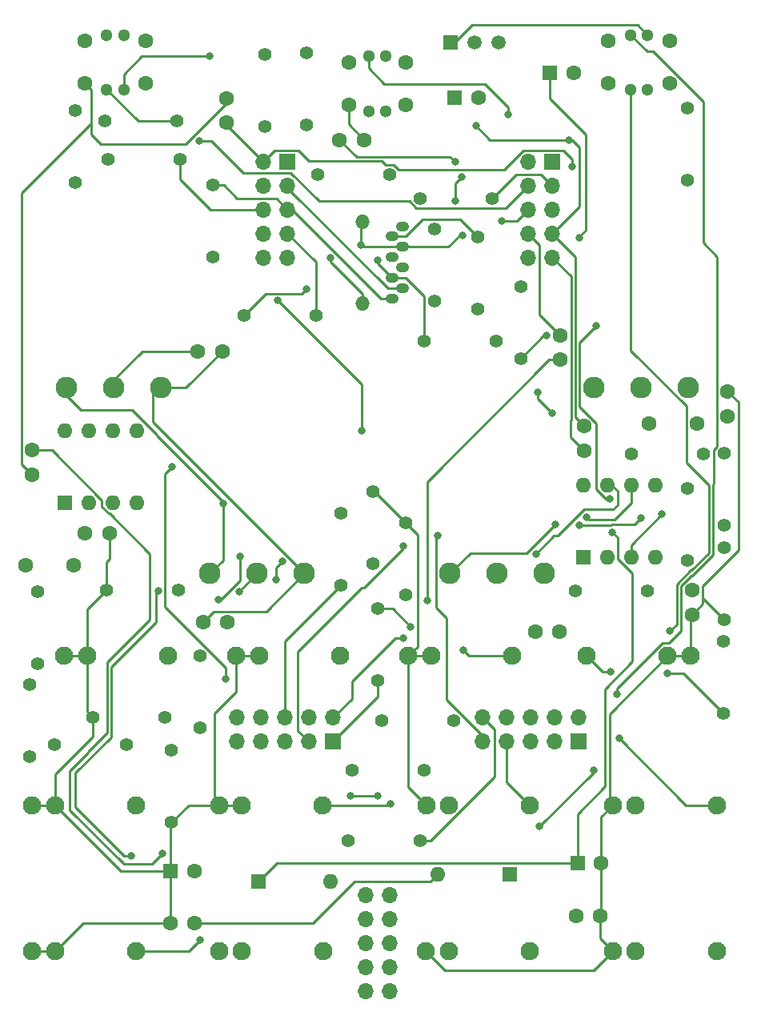
<source format=gbr>
G04 #@! TF.GenerationSoftware,KiCad,Pcbnew,7.0.1-0*
G04 #@! TF.CreationDate,2023-04-05T16:45:21-07:00*
G04 #@! TF.ProjectId,Kit-Trig-Sampler,4b69742d-5472-4696-972d-53616d706c65,rev?*
G04 #@! TF.SameCoordinates,PXb745f8PY7402318*
G04 #@! TF.FileFunction,Copper,L2,Bot*
G04 #@! TF.FilePolarity,Positive*
%FSLAX46Y46*%
G04 Gerber Fmt 4.6, Leading zero omitted, Abs format (unit mm)*
G04 Created by KiCad (PCBNEW 7.0.1-0) date 2023-04-05 16:45:21*
%MOMM*%
%LPD*%
G01*
G04 APERTURE LIST*
G04 #@! TA.AperFunction,ComponentPad*
%ADD10C,1.397000*%
G04 #@! TD*
G04 #@! TA.AperFunction,ComponentPad*
%ADD11C,1.600000*%
G04 #@! TD*
G04 #@! TA.AperFunction,ComponentPad*
%ADD12R,1.600000X1.600000*%
G04 #@! TD*
G04 #@! TA.AperFunction,ComponentPad*
%ADD13O,1.600000X1.600000*%
G04 #@! TD*
G04 #@! TA.AperFunction,ComponentPad*
%ADD14R,1.700000X1.700000*%
G04 #@! TD*
G04 #@! TA.AperFunction,ComponentPad*
%ADD15O,1.700000X1.700000*%
G04 #@! TD*
G04 #@! TA.AperFunction,ComponentPad*
%ADD16R,1.500000X1.500000*%
G04 #@! TD*
G04 #@! TA.AperFunction,ComponentPad*
%ADD17C,1.500000*%
G04 #@! TD*
G04 #@! TA.AperFunction,ComponentPad*
%ADD18C,1.930400*%
G04 #@! TD*
G04 #@! TA.AperFunction,ComponentPad*
%ADD19C,1.300000*%
G04 #@! TD*
G04 #@! TA.AperFunction,ComponentPad*
%ADD20O,1.397000X1.092200*%
G04 #@! TD*
G04 #@! TA.AperFunction,ComponentPad*
%ADD21O,1.524000X1.524000*%
G04 #@! TD*
G04 #@! TA.AperFunction,ComponentPad*
%ADD22C,2.286000*%
G04 #@! TD*
G04 #@! TA.AperFunction,ViaPad*
%ADD23C,0.800000*%
G04 #@! TD*
G04 #@! TA.AperFunction,Conductor*
%ADD24C,0.250000*%
G04 #@! TD*
G04 APERTURE END LIST*
D10*
G04 #@! TO.P,R17,1*
G04 #@! TO.N,Net-(J5-SIG)*
X35949000Y19623800D03*
G04 #@! TO.P,R17,2*
G04 #@! TO.N,/D2*
X43569000Y19623800D03*
G04 #@! TD*
D11*
G04 #@! TO.P,C7,1*
G04 #@! TO.N,+12V*
X60017200Y11643800D03*
G04 #@! TO.P,C7,2*
G04 #@! TO.N,GND*
X62608000Y11643800D03*
G04 #@! TD*
G04 #@! TO.P,C17,1*
G04 #@! TO.N,/D12*
X35017200Y93743800D03*
G04 #@! TO.P,C17,2*
G04 #@! TO.N,GND*
X37608000Y93743800D03*
G04 #@! TD*
D10*
G04 #@! TO.P,R26,1*
G04 #@! TO.N,Net-(PLAY_BUT1-POLE-A)*
X40299000Y90043800D03*
G04 #@! TO.P,R26,2*
G04 #@! TO.N,/D12*
X32679000Y90043800D03*
G04 #@! TD*
G04 #@! TO.P,R2,1*
G04 #@! TO.N,Net-(J1-SIG)*
X39089000Y44153800D03*
G04 #@! TO.P,R2,2*
G04 #@! TO.N,/A0*
X39089000Y36533800D03*
G04 #@! TD*
G04 #@! TO.P,R37,1*
G04 #@! TO.N,Net-(R37-Pad1)*
X75759000Y52983800D03*
G04 #@! TO.P,R37,2*
G04 #@! TO.N,Net-(U1B-+)*
X75759000Y60603800D03*
G04 #@! TD*
D12*
G04 #@! TO.P,D2,1,K*
G04 #@! TO.N,Net-(D2-K)*
X52999000Y16043800D03*
D13*
G04 #@! TO.P,D2,2,A*
G04 #@! TO.N,-12VA*
X45379000Y16043800D03*
G04 #@! TD*
D10*
G04 #@! TO.P,R33,1*
G04 #@! TO.N,Net-(J13-SIG)*
X43979000Y27093800D03*
G04 #@! TO.P,R33,2*
G04 #@! TO.N,/A4*
X36359000Y27093800D03*
G04 #@! TD*
D14*
G04 #@! TO.P,JC1,1,+12V*
G04 #@! TO.N,/A0*
X34340978Y30080000D03*
D15*
G04 #@! TO.P,JC1,2,+12V*
G04 #@! TO.N,/A1*
X34340978Y32620000D03*
G04 #@! TO.P,JC1,3,GND*
G04 #@! TO.N,/A2*
X31800978Y30080000D03*
G04 #@! TO.P,JC1,4,GND*
G04 #@! TO.N,/A3*
X31800978Y32620000D03*
G04 #@! TO.P,JC1,5,GND*
G04 #@! TO.N,/A4*
X29260978Y30080000D03*
G04 #@! TO.P,JC1,6,GND*
G04 #@! TO.N,/A5*
X29260978Y32620000D03*
G04 #@! TO.P,JC1,7,GND*
G04 #@! TO.N,/A6*
X26720978Y30080000D03*
G04 #@! TO.P,JC1,8,GND*
G04 #@! TO.N,/A7*
X26720978Y32620000D03*
G04 #@! TO.P,JC1,9,-12V*
G04 #@! TO.N,/A8*
X24180978Y30080000D03*
G04 #@! TO.P,JC1,10,-12V*
G04 #@! TO.N,/A9*
X24180978Y32620000D03*
G04 #@! TD*
D10*
G04 #@! TO.P,R16,1*
G04 #@! TO.N,Net-(R16-Pad1)*
X31489000Y95333800D03*
G04 #@! TO.P,R16,2*
G04 #@! TO.N,Net-(Bank_But1-B)*
X31489000Y102953800D03*
G04 #@! TD*
D11*
G04 #@! TO.P,C1,1*
G04 #@! TO.N,/A1*
X58389000Y70472000D03*
G04 #@! TO.P,C1,2*
G04 #@! TO.N,GNDADC*
X58389000Y73062800D03*
G04 #@! TD*
D12*
G04 #@! TO.P,C4,1*
G04 #@! TO.N,+12V*
X60189000Y17243800D03*
D11*
G04 #@! TO.P,C4,2*
G04 #@! TO.N,GND*
X62689000Y17243800D03*
G04 #@! TD*
D10*
G04 #@! TO.P,R5,1*
G04 #@! TO.N,GND*
X41989000Y53253800D03*
G04 #@! TO.P,R5,2*
G04 #@! TO.N,/A0*
X41989000Y45633800D03*
G04 #@! TD*
G04 #@! TO.P,R14,1*
G04 #@! TO.N,Net-(U2A--)*
X3089000Y45963800D03*
G04 #@! TO.P,R14,2*
G04 #@! TO.N,Net-(C11-Pad2)*
X3089000Y38343800D03*
G04 #@! TD*
G04 #@! TO.P,R25,1*
G04 #@! TO.N,Net-(Bank_But1-POLE-A)*
X71805800Y97104200D03*
G04 #@! TO.P,R25,2*
G04 #@! TO.N,/D6*
X71805800Y89484200D03*
G04 #@! TD*
D11*
G04 #@! TO.P,C15,1*
G04 #@! TO.N,-12VA*
X8078200Y52133800D03*
G04 #@! TO.P,C15,2*
G04 #@! TO.N,GND*
X10669000Y52133800D03*
G04 #@! TD*
D12*
G04 #@! TO.P,C19,1*
G04 #@! TO.N,+12V*
X57264000Y100818800D03*
D11*
G04 #@! TO.P,C19,2*
G04 #@! TO.N,GND*
X59764000Y100818800D03*
G04 #@! TD*
D12*
G04 #@! TO.P,C20,1*
G04 #@! TO.N,+3V3*
X47189000Y98218800D03*
D11*
G04 #@! TO.P,C20,2*
G04 #@! TO.N,GND*
X49689000Y98218800D03*
G04 #@! TD*
D12*
G04 #@! TO.P,D1,1,K*
G04 #@! TO.N,+12V*
X26479000Y15343800D03*
D13*
G04 #@! TO.P,D1,2,A*
G04 #@! TO.N,Net-(D1-A)*
X34099000Y15343800D03*
G04 #@! TD*
D11*
G04 #@! TO.P,C13,1*
G04 #@! TO.N,-12VA*
X72289000Y46115600D03*
G04 #@! TO.P,C13,2*
G04 #@! TO.N,GND*
X72289000Y43524800D03*
G04 #@! TD*
D10*
G04 #@! TO.P,R23,1*
G04 #@! TO.N,Net-(PLAY_BUT1-G)*
X54189000Y78253800D03*
G04 #@! TO.P,R23,2*
G04 #@! TO.N,/D14*
X54189000Y70633800D03*
G04 #@! TD*
D11*
G04 #@! TO.P,C9,1*
G04 #@! TO.N,/A7*
X23160800Y42743800D03*
G04 #@! TO.P,C9,2*
G04 #@! TO.N,GNDADC*
X20570000Y42743800D03*
G04 #@! TD*
D12*
G04 #@! TO.P,U1,1*
G04 #@! TO.N,Net-(U1A--)*
X60789000Y49633800D03*
D13*
G04 #@! TO.P,U1,2,-*
X63329000Y49633800D03*
G04 #@! TO.P,U1,3,+*
G04 #@! TO.N,Net-(U1A-+)*
X65869000Y49633800D03*
G04 #@! TO.P,U1,4,V-*
G04 #@! TO.N,-12VA*
X68409000Y49633800D03*
G04 #@! TO.P,U1,5,+*
G04 #@! TO.N,Net-(U1B-+)*
X68409000Y57253800D03*
G04 #@! TO.P,U1,6,-*
G04 #@! TO.N,Net-(U1B--)*
X65869000Y57253800D03*
G04 #@! TO.P,U1,7*
G04 #@! TO.N,/A2*
X63329000Y57253800D03*
G04 #@! TO.P,U1,8,V+*
G04 #@! TO.N,+12V*
X60789000Y57253800D03*
G04 #@! TD*
D10*
G04 #@! TO.P,R30,1*
G04 #@! TO.N,+3V3*
X51562000Y72415400D03*
G04 #@! TO.P,R30,2*
G04 #@! TO.N,/D4*
X43942000Y72415400D03*
G04 #@! TD*
G04 #@! TO.P,R21,1*
G04 #@! TO.N,Net-(R21-Pad1)*
X10219000Y95703800D03*
G04 #@! TO.P,R21,2*
G04 #@! TO.N,Net-(REV_BUT1-R)*
X17839000Y95703800D03*
G04 #@! TD*
G04 #@! TO.P,R20,1*
G04 #@! TO.N,Net-(J6-SIG)*
X4829000Y29753800D03*
G04 #@! TO.P,R20,2*
G04 #@! TO.N,/D13*
X12449000Y29753800D03*
G04 #@! TD*
D15*
G04 #@! TO.P,J14,1,+12V*
G04 #@! TO.N,Net-(D1-A)*
X37819000Y13823800D03*
G04 #@! TO.P,J14,2,+12V*
X40359000Y13823800D03*
G04 #@! TO.P,J14,3,GND*
G04 #@! TO.N,GND*
X37819000Y11283800D03*
G04 #@! TO.P,J14,4,GND*
X40359000Y11283800D03*
G04 #@! TO.P,J14,5,GND*
X37819000Y8743800D03*
G04 #@! TO.P,J14,6,GND*
X40359000Y8743800D03*
G04 #@! TO.P,J14,7,GND*
X37819000Y6203800D03*
G04 #@! TO.P,J14,8,GND*
X40359000Y6203800D03*
G04 #@! TO.P,J14,9,-12V*
G04 #@! TO.N,Net-(D2-K)*
X37819000Y3663800D03*
G04 #@! TO.P,J14,10,-12V*
X40359000Y3663800D03*
G04 #@! TD*
D10*
G04 #@! TO.P,R4,1*
G04 #@! TO.N,Net-(J3-SIG)*
X20289000Y39153800D03*
G04 #@! TO.P,R4,2*
G04 #@! TO.N,/A8*
X20289000Y31533800D03*
G04 #@! TD*
G04 #@! TO.P,R28,1*
G04 #@! TO.N,+3V3*
X21589000Y81333800D03*
G04 #@! TO.P,R28,2*
G04 #@! TO.N,/D18*
X21589000Y88953800D03*
G04 #@! TD*
G04 #@! TO.P,R40,1*
G04 #@! TO.N,/D5*
X27079000Y95173800D03*
G04 #@! TO.P,R40,2*
G04 #@! TO.N,Net-(R16-Pad1)*
X27079000Y102793800D03*
G04 #@! TD*
G04 #@! TO.P,R1,1*
G04 #@! TO.N,Net-(J4-SIG)*
X75639000Y33043800D03*
G04 #@! TO.P,R1,2*
G04 #@! TO.N,Net-(U1A-+)*
X75639000Y40663800D03*
G04 #@! TD*
G04 #@! TO.P,R41,1*
G04 #@! TO.N,/D7*
X18149000Y91653800D03*
G04 #@! TO.P,R41,2*
G04 #@! TO.N,Net-(R21-Pad1)*
X10529000Y91653800D03*
G04 #@! TD*
G04 #@! TO.P,R12,1*
G04 #@! TO.N,/D15*
X47099000Y32343800D03*
G04 #@! TO.P,R12,2*
G04 #@! TO.N,Net-(U2A-+)*
X39479000Y32343800D03*
G04 #@! TD*
D11*
G04 #@! TO.P,C8,1*
G04 #@! TO.N,-12VA*
X19709800Y10943800D03*
G04 #@! TO.P,C8,2*
G04 #@! TO.N,GND*
X17119000Y10943800D03*
G04 #@! TD*
D10*
G04 #@! TO.P,R27,1*
G04 #@! TO.N,+3V3*
X7061200Y96875600D03*
G04 #@! TO.P,R27,2*
G04 #@! TO.N,/A6*
X7061200Y89255600D03*
G04 #@! TD*
D11*
G04 #@! TO.P,C6,1*
G04 #@! TO.N,/A2*
X67774400Y63743800D03*
G04 #@! TO.P,C6,2*
G04 #@! TO.N,Net-(U1B--)*
X72854400Y63743800D03*
G04 #@! TD*
D10*
G04 #@! TO.P,R6,1*
G04 #@! TO.N,GND*
X38589000Y56553800D03*
G04 #@! TO.P,R6,2*
G04 #@! TO.N,/A5*
X38589000Y48933800D03*
G04 #@! TD*
G04 #@! TO.P,R9,1*
G04 #@! TO.N,GND*
X75759000Y42963800D03*
G04 #@! TO.P,R9,2*
G04 #@! TO.N,Net-(R37-Pad1)*
X75759000Y50583800D03*
G04 #@! TD*
G04 #@! TO.P,R32,1*
G04 #@! TO.N,+3V3*
X24879000Y75143800D03*
G04 #@! TO.P,R32,2*
G04 #@! TO.N,/D17*
X32499000Y75143800D03*
G04 #@! TD*
D11*
G04 #@! TO.P,C2,1*
G04 #@! TO.N,/A9*
X20017200Y71343800D03*
G04 #@! TO.P,C2,2*
G04 #@! TO.N,GNDADC*
X22608000Y71343800D03*
G04 #@! TD*
D10*
G04 #@! TO.P,R13,1*
G04 #@! TO.N,GND*
X10329000Y46143800D03*
G04 #@! TO.P,R13,2*
G04 #@! TO.N,Net-(U2A--)*
X17949000Y46143800D03*
G04 #@! TD*
G04 #@! TO.P,R19,1*
G04 #@! TO.N,/D8*
X45089000Y76663800D03*
G04 #@! TO.P,R19,2*
G04 #@! TO.N,Net-(PLAY_BUT1-R)*
X45089000Y84283800D03*
G04 #@! TD*
D12*
G04 #@! TO.P,C5,1*
G04 #@! TO.N,GND*
X17139000Y16443800D03*
D11*
G04 #@! TO.P,C5,2*
G04 #@! TO.N,-12VA*
X19639000Y16443800D03*
G04 #@! TD*
G04 #@! TO.P,C14,1*
G04 #@! TO.N,+12V*
X2489000Y60915600D03*
G04 #@! TO.P,C14,2*
G04 #@! TO.N,GND*
X2489000Y58324800D03*
G04 #@! TD*
D10*
G04 #@! TO.P,R34,1*
G04 #@! TO.N,GND*
X17189000Y21533800D03*
G04 #@! TO.P,R34,2*
G04 #@! TO.N,/A4*
X17189000Y29153800D03*
G04 #@! TD*
D14*
G04 #@! TO.P,JA1,1,+12V*
G04 #@! TO.N,-12VA*
X57531000Y91429992D03*
D15*
G04 #@! TO.P,JA1,2,+12V*
G04 #@! TO.N,VREF+*
X54991000Y91429992D03*
G04 #@! TO.P,JA1,3,GND*
G04 #@! TO.N,/D11*
X57531000Y88889992D03*
G04 #@! TO.P,JA1,4,GND*
G04 #@! TO.N,/D10*
X54991000Y88889992D03*
G04 #@! TO.P,JA1,5,GND*
G04 #@! TO.N,/D14*
X57531000Y86349992D03*
G04 #@! TO.P,JA1,6,GND*
G04 #@! TO.N,/D12*
X54991000Y86349992D03*
G04 #@! TO.P,JA1,7,GND*
G04 #@! TO.N,GND*
X57531000Y83809992D03*
G04 #@! TO.P,JA1,8,GND*
G04 #@! TO.N,GNDADC*
X54991000Y83809992D03*
G04 #@! TO.P,JA1,9,-12V*
G04 #@! TO.N,+12V*
X57531000Y81269992D03*
G04 #@! TO.P,JA1,10,-12V*
G04 #@! TO.N,/Unused(5V)*
X54991000Y81269992D03*
G04 #@! TD*
D10*
G04 #@! TO.P,R31,1*
G04 #@! TO.N,+3V3*
X49649000Y75813800D03*
G04 #@! TO.P,R31,2*
G04 #@! TO.N,/D16*
X49649000Y83433800D03*
G04 #@! TD*
D12*
G04 #@! TO.P,U2,1*
G04 #@! TO.N,Net-(C11-Pad2)*
X5989000Y55333800D03*
D13*
G04 #@! TO.P,U2,2,-*
G04 #@! TO.N,Net-(U2A--)*
X8529000Y55333800D03*
G04 #@! TO.P,U2,3,+*
G04 #@! TO.N,Net-(U2A-+)*
X11069000Y55333800D03*
G04 #@! TO.P,U2,4,V-*
G04 #@! TO.N,-12VA*
X13609000Y55333800D03*
G04 #@! TO.P,U2,5,+*
G04 #@! TO.N,GND*
X13609000Y62953800D03*
G04 #@! TO.P,U2,6,-*
G04 #@! TO.N,Net-(U2B--)*
X11069000Y62953800D03*
G04 #@! TO.P,U2,7*
X8529000Y62953800D03*
G04 #@! TO.P,U2,8,V+*
G04 #@! TO.N,+12V*
X5989000Y62953800D03*
G04 #@! TD*
D10*
G04 #@! TO.P,R7,1*
G04 #@! TO.N,GND*
X8919000Y32673800D03*
G04 #@! TO.P,R7,2*
G04 #@! TO.N,/A8*
X16539000Y32673800D03*
G04 #@! TD*
D16*
G04 #@! TO.P,U3,1,VO*
G04 #@! TO.N,+3V3*
X46724000Y104026300D03*
D17*
G04 #@! TO.P,U3,2,GND*
G04 #@! TO.N,GND*
X49264000Y104026300D03*
G04 #@! TO.P,U3,3,VI*
G04 #@! TO.N,+12V*
X51804000Y104026300D03*
G04 #@! TD*
D11*
G04 #@! TO.P,C12,1*
G04 #@! TO.N,+12V*
X60889000Y60872000D03*
G04 #@! TO.P,C12,2*
G04 #@! TO.N,GND*
X60889000Y63462800D03*
G04 #@! TD*
G04 #@! TO.P,C16,1*
G04 #@! TO.N,/D6*
X23089000Y95543800D03*
G04 #@! TO.P,C16,2*
G04 #@! TO.N,GND*
X23089000Y98134600D03*
G04 #@! TD*
D10*
G04 #@! TO.P,R11,1*
G04 #@! TO.N,Net-(U1B-+)*
X71789000Y56853800D03*
G04 #@! TO.P,R11,2*
G04 #@! TO.N,VREF+*
X71789000Y49233800D03*
G04 #@! TD*
G04 #@! TO.P,R10,1*
G04 #@! TO.N,/A2*
X65879000Y60543800D03*
G04 #@! TO.P,R10,2*
G04 #@! TO.N,Net-(U1B--)*
X73499000Y60543800D03*
G04 #@! TD*
G04 #@! TO.P,R15,1*
G04 #@! TO.N,Net-(C11-Pad2)*
X2239000Y36093800D03*
G04 #@! TO.P,R15,2*
G04 #@! TO.N,Net-(J7-SIG)*
X2239000Y28473800D03*
G04 #@! TD*
D11*
G04 #@! TO.P,C11,1*
G04 #@! TO.N,Net-(U2A--)*
X6883600Y48763800D03*
G04 #@! TO.P,C11,2*
G04 #@! TO.N,Net-(C11-Pad2)*
X1803600Y48763800D03*
G04 #@! TD*
D10*
G04 #@! TO.P,R18,1*
G04 #@! TO.N,/D11*
X51189000Y87553800D03*
G04 #@! TO.P,R18,2*
G04 #@! TO.N,Net-(PLAY_BUT1-B)*
X43569000Y87553800D03*
G04 #@! TD*
D14*
G04 #@! TO.P,JB1,1,+12V*
G04 #@! TO.N,/AUDIO_OUT2*
X60341002Y30080000D03*
D15*
G04 #@! TO.P,JB1,2,+12V*
G04 #@! TO.N,/D0*
X60341002Y32620000D03*
G04 #@! TO.P,JB1,3,GND*
G04 #@! TO.N,/AUDIO_OUT1*
X57801002Y30080000D03*
G04 #@! TO.P,JB1,4,GND*
G04 #@! TO.N,/D1*
X57801002Y32620000D03*
G04 #@! TO.P,JB1,5,GND*
G04 #@! TO.N,/AUDIO_IN2*
X55261002Y30080000D03*
G04 #@! TO.P,JB1,6,GND*
G04 #@! TO.N,/D15*
X55261002Y32620000D03*
G04 #@! TO.P,JB1,7,GND*
G04 #@! TO.N,/AUDIO_IN1*
X52721002Y30080000D03*
G04 #@! TO.P,JB1,8,GND*
G04 #@! TO.N,/D13*
X52721002Y32620000D03*
G04 #@! TO.P,JB1,9,-12V*
G04 #@! TO.N,/D3*
X50181002Y30080000D03*
G04 #@! TO.P,JB1,10,-12V*
G04 #@! TO.N,/D2*
X50181002Y32620000D03*
G04 #@! TD*
D10*
G04 #@! TO.P,R8,1*
G04 #@! TO.N,Net-(U1A--)*
X59979000Y46043800D03*
G04 #@! TO.P,R8,2*
G04 #@! TO.N,Net-(U1B--)*
X67599000Y46043800D03*
G04 #@! TD*
D11*
G04 #@! TO.P,C3,1*
G04 #@! TO.N,GND*
X76089000Y67115600D03*
G04 #@! TO.P,C3,2*
G04 #@! TO.N,Net-(U1B-+)*
X76089000Y64524800D03*
G04 #@! TD*
D14*
G04 #@! TO.P,JD1,1,+12V*
G04 #@! TO.N,/D5*
X29530980Y91429992D03*
D15*
G04 #@! TO.P,JD1,2,+12V*
G04 #@! TO.N,/D6*
X26990980Y91429992D03*
G04 #@! TO.P,JD1,3,GND*
G04 #@! TO.N,/D19*
X29530980Y88889992D03*
G04 #@! TO.P,JD1,4,GND*
G04 #@! TO.N,/D8*
X26990980Y88889992D03*
G04 #@! TO.P,JD1,5,GND*
G04 #@! TO.N,/D18*
X29530980Y86349992D03*
G04 #@! TO.P,JD1,6,GND*
G04 #@! TO.N,/D7*
X26990980Y86349992D03*
G04 #@! TO.P,JD1,7,GND*
G04 #@! TO.N,/D17*
X29530980Y83809992D03*
G04 #@! TO.P,JD1,8,GND*
G04 #@! TO.N,/D4*
X26990980Y83809992D03*
G04 #@! TO.P,JD1,9,-12V*
G04 #@! TO.N,/D16*
X29530980Y81269992D03*
G04 #@! TO.P,JD1,10,-12V*
G04 #@! TO.N,/D9*
X26990980Y81269992D03*
G04 #@! TD*
D10*
G04 #@! TO.P,R3,1*
G04 #@! TO.N,Net-(J2-SIG)*
X35189000Y54253800D03*
G04 #@! TO.P,R3,2*
G04 #@! TO.N,/A5*
X35189000Y46633800D03*
G04 #@! TD*
D11*
G04 #@! TO.P,C10,1*
G04 #@! TO.N,/A3*
X55717200Y41743800D03*
G04 #@! TO.P,C10,2*
G04 #@! TO.N,GNDADC*
X58308000Y41743800D03*
G04 #@! TD*
D18*
G04 #@! TO.P,J10,1,SIG*
G04 #@! TO.N,/AUDIO_IN1*
X55153000Y23386564D03*
G04 #@! TO.P,J10,2,SHEILD*
G04 #@! TO.N,GND*
X44180200Y23386564D03*
G04 #@! TO.P,J10,3,SW*
G04 #@! TO.N,unconnected-(J10-SW-Pad3)*
X46593200Y23386564D03*
G04 #@! TD*
D11*
G04 #@! TO.P,Bank_But1,1,UP-A*
G04 #@! TO.N,unconnected-(Bank_But1-UP-A-Pad1)*
X69939000Y104186564D03*
G04 #@! TO.P,Bank_But1,2,POLE-A*
G04 #@! TO.N,Net-(Bank_But1-POLE-A)*
X63439000Y104186564D03*
G04 #@! TO.P,Bank_But1,3,DOWN-A*
G04 #@! TO.N,unconnected-(Bank_But1-DOWN-A-Pad3)*
X69939000Y99686564D03*
G04 #@! TO.P,Bank_But1,4,UP-B*
G04 #@! TO.N,GND*
X63439000Y99686564D03*
D19*
G04 #@! TO.P,Bank_But1,5,CA*
G04 #@! TO.N,+3V3*
X67589000Y104836564D03*
G04 #@! TO.P,Bank_But1,6,G*
G04 #@! TO.N,/D0*
X65789000Y104836564D03*
G04 #@! TO.P,Bank_But1,7,R*
G04 #@! TO.N,/D1*
X65789000Y99036564D03*
G04 #@! TO.P,Bank_But1,8,B*
G04 #@! TO.N,Net-(Bank_But1-B)*
X67589000Y99036564D03*
G04 #@! TD*
D20*
G04 #@! TO.P,SD1,1,DAT2*
G04 #@! TO.N,/D18*
X40619000Y76904049D03*
G04 #@! TO.P,SD1,2,CD/DAT3*
G04 #@! TO.N,/D19*
X41718820Y78003869D03*
G04 #@! TO.P,SD1,3,CMD*
G04 #@! TO.N,/D4*
X40619000Y79103943D03*
G04 #@! TO.P,SD1,4,VDD*
G04 #@! TO.N,+3V3*
X41718820Y80203763D03*
G04 #@! TO.P,SD1,5,CLK*
G04 #@! TO.N,/D9*
X40619000Y81303837D03*
G04 #@! TO.P,SD1,6,VSS*
G04 #@! TO.N,GND*
X41718820Y82403657D03*
G04 #@! TO.P,SD1,7,DAT0*
G04 #@! TO.N,/D16*
X40619000Y83503731D03*
G04 #@! TO.P,SD1,8,DAT1*
G04 #@! TO.N,/D17*
X41718820Y84603551D03*
D21*
G04 #@! TO.P,SD1,9,SHELL1*
G04 #@! TO.N,GND*
X37449080Y76461200D03*
G04 #@! TO.P,SD1,10,SHELL2*
X37449080Y85046400D03*
G04 #@! TD*
D22*
G04 #@! TO.P,POT_LENGTH1,1,Left*
G04 #@! TO.N,GNDADC*
X31289000Y47919800D03*
G04 #@! TO.P,POT_LENGTH1,2,Center*
G04 #@! TO.N,/A7*
X26289000Y47919800D03*
G04 #@! TO.P,POT_LENGTH1,3,Right*
G04 #@! TO.N,VREF+*
X21289000Y47919800D03*
G04 #@! TD*
D18*
G04 #@! TO.P,J2,1,SIG*
G04 #@! TO.N,Net-(J2-SIG)*
X35046000Y39186564D03*
G04 #@! TO.P,J2,2,SHEILD*
G04 #@! TO.N,GND*
X24073200Y39186564D03*
G04 #@! TO.P,J2,3,SW*
X26486200Y39186564D03*
G04 #@! TD*
D22*
G04 #@! TO.P,POT_PITCH1,1,Left*
G04 #@! TO.N,GNDADC*
X71889000Y67507564D03*
G04 #@! TO.P,POT_PITCH1,2,Center*
G04 #@! TO.N,/A1*
X66889000Y67507564D03*
G04 #@! TO.P,POT_PITCH1,3,Right*
G04 #@! TO.N,VREF+*
X61889000Y67507564D03*
G04 #@! TD*
D18*
G04 #@! TO.P,J7,1,SIG*
G04 #@! TO.N,Net-(J7-SIG)*
X33266000Y7961564D03*
G04 #@! TO.P,J7,2,SHEILD*
G04 #@! TO.N,GND*
X22293200Y7961564D03*
G04 #@! TO.P,J7,3,SW*
G04 #@! TO.N,unconnected-(J7-SW-Pad3)*
X24706200Y7961564D03*
G04 #@! TD*
G04 #@! TO.P,J6,1,SIG*
G04 #@! TO.N,Net-(J6-SIG)*
X13471000Y23386564D03*
G04 #@! TO.P,J6,2,SHEILD*
G04 #@! TO.N,GND*
X2498200Y23386564D03*
G04 #@! TO.P,J6,3,SW*
X4911200Y23386564D03*
G04 #@! TD*
G04 #@! TO.P,J4,1,SIG*
G04 #@! TO.N,Net-(J4-SIG)*
X61182000Y39186564D03*
G04 #@! TO.P,J4,2,SHEILD*
G04 #@! TO.N,GND*
X72154800Y39186564D03*
G04 #@! TO.P,J4,3,SW*
X69741800Y39186564D03*
G04 #@! TD*
D11*
G04 #@! TO.P,REV_BUT1,1,UP-A*
G04 #@! TO.N,unconnected-(REV_BUT1-UP-A-Pad1)*
X14539000Y104186564D03*
G04 #@! TO.P,REV_BUT1,2,POLE-A*
G04 #@! TO.N,/A6*
X8039000Y104186564D03*
G04 #@! TO.P,REV_BUT1,3,DOWN-A*
G04 #@! TO.N,unconnected-(REV_BUT1-DOWN-A-Pad3)*
X14539000Y99686564D03*
G04 #@! TO.P,REV_BUT1,4,UP-B*
G04 #@! TO.N,GND*
X8039000Y99686564D03*
D19*
G04 #@! TO.P,REV_BUT1,5,CA*
G04 #@! TO.N,+3V3*
X12189000Y104836564D03*
G04 #@! TO.P,REV_BUT1,6,G*
G04 #@! TO.N,/D10*
X10389000Y104836564D03*
G04 #@! TO.P,REV_BUT1,7,R*
G04 #@! TO.N,Net-(REV_BUT1-R)*
X10389000Y99036564D03*
G04 #@! TO.P,REV_BUT1,8,B*
G04 #@! TO.N,/D3*
X12189000Y99036564D03*
G04 #@! TD*
D18*
G04 #@! TO.P,J5,1,SIG*
G04 #@! TO.N,Net-(J5-SIG)*
X13471000Y7961564D03*
G04 #@! TO.P,J5,2,SHEILD*
G04 #@! TO.N,GND*
X2498200Y7961564D03*
G04 #@! TO.P,J5,3,SW*
X4911200Y7961564D03*
G04 #@! TD*
G04 #@! TO.P,J9,1,SIG*
G04 #@! TO.N,/AUDIO_OUT1*
X55126000Y7961564D03*
G04 #@! TO.P,J9,2,SHEILD*
G04 #@! TO.N,GND*
X44153200Y7961564D03*
G04 #@! TO.P,J9,3,SW*
G04 #@! TO.N,unconnected-(J9-SW-Pad3)*
X46566200Y7961564D03*
G04 #@! TD*
G04 #@! TO.P,J8,1,SIG*
G04 #@! TO.N,/AUDIO_IN2*
X74921000Y23386564D03*
G04 #@! TO.P,J8,2,SHEILD*
G04 #@! TO.N,GND*
X63948200Y23386564D03*
G04 #@! TO.P,J8,3,SW*
G04 #@! TO.N,unconnected-(J8-SW-Pad3)*
X66361200Y23386564D03*
G04 #@! TD*
G04 #@! TO.P,J1,1,SIG*
G04 #@! TO.N,Net-(J1-SIG)*
X53271000Y39186564D03*
G04 #@! TO.P,J1,2,SHEILD*
G04 #@! TO.N,GND*
X42298200Y39186564D03*
G04 #@! TO.P,J1,3,SW*
X44711200Y39186564D03*
G04 #@! TD*
G04 #@! TO.P,J11,1,SIG*
G04 #@! TO.N,/AUDIO_OUT2*
X74921000Y7961564D03*
G04 #@! TO.P,J11,2,SHEILD*
G04 #@! TO.N,GND*
X63948200Y7961564D03*
G04 #@! TO.P,J11,3,SW*
G04 #@! TO.N,unconnected-(J11-SW-Pad3)*
X66361200Y7961564D03*
G04 #@! TD*
G04 #@! TO.P,J13,1,SIG*
G04 #@! TO.N,Net-(J13-SIG)*
X33239000Y23386564D03*
G04 #@! TO.P,J13,2,SHEILD*
G04 #@! TO.N,GND*
X22266200Y23386564D03*
G04 #@! TO.P,J13,3,SW*
X24679200Y23386564D03*
G04 #@! TD*
D22*
G04 #@! TO.P,POT_START1,1,Left*
G04 #@! TO.N,GNDADC*
X56689000Y47875481D03*
G04 #@! TO.P,POT_START1,2,Center*
G04 #@! TO.N,/A3*
X51689000Y47875481D03*
G04 #@! TO.P,POT_START1,3,Right*
G04 #@! TO.N,VREF+*
X46689000Y47875481D03*
G04 #@! TD*
D11*
G04 #@! TO.P,PLAY_BUT1,1,UP-A*
G04 #@! TO.N,unconnected-(PLAY_BUT1-UP-A-Pad1)*
X41985000Y101911564D03*
G04 #@! TO.P,PLAY_BUT1,2,POLE-A*
G04 #@! TO.N,Net-(PLAY_BUT1-POLE-A)*
X35993000Y101911564D03*
G04 #@! TO.P,PLAY_BUT1,3,DOWN-A*
G04 #@! TO.N,unconnected-(PLAY_BUT1-DOWN-A-Pad3)*
X41985000Y97411564D03*
G04 #@! TO.P,PLAY_BUT1,4,UP-B*
G04 #@! TO.N,GND*
X35993000Y97411564D03*
D19*
G04 #@! TO.P,PLAY_BUT1,5,CA*
G04 #@! TO.N,+3V3*
X39889000Y102561564D03*
G04 #@! TO.P,PLAY_BUT1,6,G*
G04 #@! TO.N,Net-(PLAY_BUT1-G)*
X38089000Y102561564D03*
G04 #@! TO.P,PLAY_BUT1,7,R*
G04 #@! TO.N,Net-(PLAY_BUT1-R)*
X38089000Y96761564D03*
G04 #@! TO.P,PLAY_BUT1,8,B*
G04 #@! TO.N,Net-(PLAY_BUT1-B)*
X39889000Y96761564D03*
G04 #@! TD*
D22*
G04 #@! TO.P,POT_SAMP1,1,Left*
G04 #@! TO.N,GNDADC*
X16089000Y67507564D03*
G04 #@! TO.P,POT_SAMP1,2,Center*
G04 #@! TO.N,/A9*
X11089000Y67507564D03*
G04 #@! TO.P,POT_SAMP1,3,Right*
G04 #@! TO.N,VREF+*
X6089000Y67507564D03*
G04 #@! TD*
D18*
G04 #@! TO.P,J3,1,SIG*
G04 #@! TO.N,Net-(J3-SIG)*
X16871000Y39186564D03*
G04 #@! TO.P,J3,2,SHEILD*
G04 #@! TO.N,GND*
X5898200Y39186564D03*
G04 #@! TO.P,J3,3,SW*
X8311200Y39186564D03*
G04 #@! TD*
D23*
G04 #@! TO.N,GND*
X59314000Y93743800D03*
X49439000Y95218800D03*
X37279000Y82633800D03*
X47283500Y87254800D03*
X47953500Y89819300D03*
X34031701Y81276501D03*
X48046299Y83641099D03*
G04 #@! TO.N,+3V3*
X31519000Y77973800D03*
G04 #@! TO.N,+12V*
X60389000Y83368800D03*
X63889000Y52243800D03*
X16289000Y18293300D03*
G04 #@! TO.N,-12VA*
X15849000Y46013800D03*
X63609000Y55763800D03*
X62169000Y74043800D03*
X12989000Y18043800D03*
X61889000Y27043800D03*
X56189000Y21143800D03*
G04 #@! TO.N,/A2*
X55789000Y49943800D03*
X41789000Y50743800D03*
G04 #@! TO.N,/A7*
X24389000Y45943800D03*
G04 #@! TO.N,/A6*
X22989000Y36743800D03*
X17335343Y59190143D03*
G04 #@! TO.N,/D6*
X59664500Y90918800D03*
G04 #@! TO.N,/A9*
X22189000Y45143800D03*
X24489000Y49643800D03*
G04 #@! TO.N,Net-(U1B--)*
X61189000Y53793300D03*
G04 #@! TO.N,/D13*
X39089000Y24343800D03*
X36189000Y24343800D03*
G04 #@! TO.N,/AUDIO_IN2*
X64589000Y30443800D03*
G04 #@! TO.N,Net-(J1-SIG)*
X42538899Y42243800D03*
X48121701Y39801099D03*
G04 #@! TO.N,VREF+*
X60429000Y52943800D03*
X66879000Y53736099D03*
X22689000Y55243800D03*
X57489000Y64843800D03*
X57814000Y53068800D03*
X55964500Y67043800D03*
G04 #@! TO.N,/D10*
X20189000Y93603800D03*
G04 #@! TO.N,/D14*
X56890500Y73043800D03*
G04 #@! TO.N,/D12*
X47229000Y91423800D03*
X52164500Y85153800D03*
G04 #@! TO.N,/D0*
X64389000Y35143800D03*
G04 #@! TO.N,/D1*
X69951299Y41781501D03*
G04 #@! TO.N,/D3*
X21279000Y102593800D03*
X28509000Y76733800D03*
X37359000Y62963800D03*
X45409000Y51883800D03*
G04 #@! TO.N,/A1*
X41789000Y41043800D03*
X44289000Y45043800D03*
G04 #@! TO.N,Net-(J2-SIG)*
X28295600Y47218600D03*
X28973440Y49166442D03*
G04 #@! TO.N,Net-(J4-SIG)*
X69672200Y37287200D03*
X63686900Y37481300D03*
G04 #@! TO.N,Net-(J13-SIG)*
X40399000Y23533800D03*
G04 #@! TO.N,Net-(PLAY_BUT1-G)*
X52839000Y96453800D03*
G04 #@! TO.N,Net-(U1A-+)*
X69149000Y54153800D03*
G04 #@! TO.N,/D4*
X39031701Y81011099D03*
G04 #@! TO.N,Net-(J5-SIG)*
X20249000Y9163800D03*
G04 #@! TD*
D24*
G04 #@! TO.N,GND*
X47283500Y87254800D02*
X47283500Y89149300D01*
X18775600Y93273800D02*
X23089000Y97587200D01*
X10669000Y49413800D02*
X10329000Y49073800D01*
X37509143Y82403657D02*
X37279000Y82633800D01*
X34031701Y80824673D02*
X37449080Y77407294D01*
X69741800Y39186564D02*
X72154800Y39186564D01*
X8919000Y32673800D02*
X8919000Y30653800D01*
X8719000Y95483000D02*
X8719000Y99006564D01*
X62608000Y9301764D02*
X63948200Y7961564D01*
X46170964Y5943800D02*
X61930436Y5943800D01*
X63589000Y33033764D02*
X69741800Y39186564D01*
X61930436Y5943800D02*
X63948200Y7961564D01*
X62689000Y22127364D02*
X63948200Y23386564D01*
X11853964Y16443800D02*
X4911200Y23386564D01*
X73414000Y46558800D02*
X77214000Y50358800D01*
X60889000Y63462800D02*
X59964000Y64387800D01*
X24073200Y39186564D02*
X24073200Y35328000D01*
X59964000Y64387800D02*
X59964000Y81376992D01*
X73414000Y45333800D02*
X73414000Y45308800D01*
X77214000Y65990600D02*
X76089000Y67115600D01*
X77214000Y50358800D02*
X77214000Y65990600D01*
X37279000Y82633800D02*
X37279000Y84876320D01*
X41989000Y53253800D02*
X38689000Y56553800D01*
X60389000Y86667992D02*
X57531000Y83809992D01*
X4911200Y7961564D02*
X7893436Y10943800D01*
X17139000Y16443800D02*
X17139000Y10963800D01*
X62608000Y11643800D02*
X62608000Y9301764D01*
X73414000Y45333800D02*
X73414000Y46558800D01*
X62689000Y17243800D02*
X62689000Y11724800D01*
X17139000Y16443800D02*
X11853964Y16443800D01*
X63589000Y23745764D02*
X63589000Y33033764D01*
X8719000Y95483000D02*
X8639400Y95403400D01*
X41718820Y82403657D02*
X37509143Y82403657D01*
X24073200Y35328000D02*
X21788407Y33043207D01*
X44180200Y23386564D02*
X42298200Y25268564D01*
X17189000Y21533800D02*
X19041764Y23386564D01*
X8311200Y33281600D02*
X8919000Y32673800D01*
X9729000Y93273800D02*
X18775600Y93273800D01*
X37449080Y77407294D02*
X37449080Y76461200D01*
X60389000Y92969105D02*
X60389000Y86667992D01*
X50914000Y93743800D02*
X49439000Y95218800D01*
X48046299Y83641099D02*
X47776299Y83641099D01*
X62689000Y17243800D02*
X62689000Y22127364D01*
X1364000Y59449800D02*
X1364000Y88128000D01*
X47283500Y89149300D02*
X47953500Y89819300D01*
X34031701Y81276501D02*
X34031701Y80824673D01*
X59314000Y93743800D02*
X50914000Y93743800D01*
X72154800Y39186564D02*
X72154800Y43390600D01*
X2498200Y7961564D02*
X4911200Y7961564D01*
X10329000Y49073800D02*
X10329000Y46143800D01*
X43263399Y40151763D02*
X43263399Y51979401D01*
X8311200Y39186564D02*
X8311200Y33281600D01*
X8719000Y99006564D02*
X8039000Y99686564D01*
X59314000Y93743800D02*
X59614305Y93743800D01*
X8719000Y95483000D02*
X8719000Y94283800D01*
X4911200Y26646000D02*
X8919000Y30653800D01*
X42298200Y25268564D02*
X42298200Y39186564D01*
X8311200Y44126000D02*
X10329000Y46143800D01*
X2489000Y58324800D02*
X1364000Y59449800D01*
X59964000Y81376992D02*
X57531000Y83809992D01*
X44153200Y7961564D02*
X46170964Y5943800D01*
X59614305Y93743800D02*
X60389000Y92969105D01*
X47776299Y83641099D02*
X46538857Y82403657D01*
X8719000Y94283800D02*
X9729000Y93273800D01*
X42298200Y39186564D02*
X43263399Y40151763D01*
X7893436Y10943800D02*
X17119000Y10943800D01*
X10669000Y52133800D02*
X10669000Y49413800D01*
X46538857Y82403657D02*
X41718820Y82403657D01*
X17139000Y16443800D02*
X17139000Y21483800D01*
X73414000Y45308800D02*
X75759000Y42963800D01*
X35993000Y97411564D02*
X35993000Y95358800D01*
X19041764Y23386564D02*
X24679200Y23386564D01*
X35993000Y95358800D02*
X37608000Y93743800D01*
X1364000Y88128000D02*
X8639400Y95403400D01*
X43263399Y51979401D02*
X41989000Y53253800D01*
X73414000Y44649800D02*
X73414000Y45333800D01*
X21788407Y33043207D02*
X21788407Y23864357D01*
X4911200Y23386564D02*
X2498200Y23386564D01*
X42298200Y39186564D02*
X44711200Y39186564D01*
X4911200Y23386564D02*
X4911200Y26646000D01*
X8311200Y44126000D02*
X8311200Y39186564D01*
X26486200Y39186564D02*
X24073200Y39186564D01*
X5898200Y39186564D02*
X8311200Y39186564D01*
X72289000Y43524800D02*
X73414000Y44649800D01*
G04 #@! TO.N,+3V3*
X47224000Y104026300D02*
X46724000Y104026300D01*
X67589000Y104836564D02*
X66551764Y105873800D01*
X24879000Y75143800D02*
X27194000Y77458800D01*
X49071500Y105873800D02*
X47224000Y104026300D01*
X27194000Y77458800D02*
X31004000Y77458800D01*
X66551764Y105873800D02*
X49071500Y105873800D01*
X31004000Y77458800D02*
X31519000Y77973800D01*
G04 #@! TO.N,GNDADC*
X31289000Y47875481D02*
X27282319Y43868800D01*
X15289000Y63875481D02*
X31289000Y47875481D01*
X58389000Y73062800D02*
X56166000Y75285800D01*
X21695000Y43868800D02*
X20570000Y42743800D01*
X27282319Y43868800D02*
X21695000Y43868800D01*
X22608000Y71343800D02*
X18771764Y67507564D01*
X15289000Y67507564D02*
X15289000Y63875481D01*
X18771764Y67507564D02*
X15289000Y67507564D01*
X56166000Y75285800D02*
X56166000Y82634992D01*
X56166000Y82634992D02*
X54991000Y83809992D01*
G04 #@! TO.N,/A5*
X29260978Y32620000D02*
X29260978Y40705778D01*
X29260978Y40705778D02*
X35189000Y46633800D01*
G04 #@! TO.N,+12V*
X63089000Y35643800D02*
X63089000Y25343800D01*
X60389000Y83518800D02*
X61039000Y84168800D01*
X60189000Y22443800D02*
X60189000Y17243800D01*
X9889000Y54922809D02*
X10603009Y54208800D01*
X10419000Y31013800D02*
X8409000Y29003800D01*
X60889000Y60872000D02*
X59489000Y62272000D01*
X6451600Y22881200D02*
X12189000Y17143800D01*
X65995800Y47902000D02*
X65995800Y38550600D01*
X59489000Y64043800D02*
X59514000Y64068800D01*
X4617200Y60915600D02*
X9889000Y55643800D01*
X6451600Y26946400D02*
X6451600Y22881200D01*
X64454000Y51678800D02*
X64454000Y49443800D01*
X61039000Y94318800D02*
X57264000Y98093800D01*
X10674000Y54208800D02*
X14949800Y49933000D01*
X59514000Y79286992D02*
X57531000Y81269992D01*
X65995800Y38550600D02*
X63089000Y35643800D01*
X8409000Y29003800D02*
X8409000Y28903800D01*
X61039000Y84168800D02*
X61039000Y94318800D01*
X2489000Y60915600D02*
X4617200Y60915600D01*
X9889000Y55643800D02*
X9889000Y54922809D01*
X15139500Y17143800D02*
X16289000Y18293300D01*
X12189000Y17143800D02*
X15139500Y17143800D01*
X60389000Y83368800D02*
X60389000Y83518800D01*
X28379000Y17243800D02*
X26479000Y15343800D01*
X59514000Y64068800D02*
X59514000Y79286992D01*
X14949800Y43004600D02*
X10419000Y38473800D01*
X60189000Y17243800D02*
X28379000Y17243800D01*
X63889000Y52243800D02*
X64454000Y51678800D01*
X64454000Y49443800D02*
X65995800Y47902000D01*
X59489000Y62272000D02*
X59489000Y64043800D01*
X14949800Y49933000D02*
X14949800Y43004600D01*
X57264000Y98093800D02*
X57264000Y100818800D01*
X63089000Y25343800D02*
X60189000Y22443800D01*
X10419000Y38473800D02*
X10419000Y31013800D01*
X8409000Y28903800D02*
X6451600Y26946400D01*
X10603009Y54208800D02*
X10674000Y54208800D01*
G04 #@! TO.N,-12VA*
X62204000Y56787809D02*
X63228009Y55763800D01*
X36589000Y15343800D02*
X44679000Y15343800D01*
X56189000Y21143800D02*
X61889000Y26843800D01*
X63228009Y55763800D02*
X63609000Y55763800D01*
X62169000Y74043800D02*
X60414000Y72288800D01*
X32189000Y10943800D02*
X36589000Y15343800D01*
X7089000Y26803800D02*
X10869000Y30583800D01*
X62204000Y63738791D02*
X62204000Y56787809D01*
X12989000Y18043800D02*
X12189000Y18043800D01*
X7089000Y23143800D02*
X7089000Y26803800D01*
X15564000Y45728800D02*
X15849000Y46013800D01*
X60414000Y72288800D02*
X60414000Y65528791D01*
X15564000Y42718800D02*
X15564000Y45728800D01*
X61889000Y26843800D02*
X61889000Y27043800D01*
X12189000Y18043800D02*
X7089000Y23143800D01*
X44679000Y15343800D02*
X45379000Y16043800D01*
X19709800Y10943800D02*
X32189000Y10943800D01*
X10869000Y38023800D02*
X15564000Y42718800D01*
X60414000Y65528791D02*
X62204000Y63738791D01*
X10869000Y30583800D02*
X10869000Y38023800D01*
G04 #@! TO.N,/A2*
X57969000Y51843800D02*
X58089000Y51843800D01*
X31800978Y30080000D02*
X30625978Y31255000D01*
X37589000Y46343800D02*
X41789000Y50543800D01*
X58089000Y51843800D02*
X60889000Y54643800D01*
X30625978Y39580778D02*
X37389000Y46343800D01*
X64451652Y55106452D02*
X64451652Y56606452D01*
X57689000Y51843800D02*
X57969000Y51843800D01*
X55789000Y49943800D02*
X57689000Y51843800D01*
X60889000Y54643800D02*
X63989000Y54643800D01*
X63989000Y54643800D02*
X64451652Y55106452D01*
X64451652Y56606452D02*
X63804305Y57253800D01*
X41789000Y50543800D02*
X41789000Y50743800D01*
X30625978Y31255000D02*
X30625978Y39580778D01*
X37389000Y46343800D02*
X37589000Y46343800D01*
G04 #@! TO.N,/A7*
X24389000Y45943800D02*
X24389000Y45975481D01*
X24389000Y45975481D02*
X26289000Y47875481D01*
G04 #@! TO.N,/A6*
X16574000Y44316248D02*
X22989000Y37901248D01*
X17335343Y59190143D02*
X16574000Y58428800D01*
X22989000Y37901248D02*
X22989000Y36743800D01*
X16574000Y58428800D02*
X16574000Y44316248D01*
G04 #@! TO.N,/D6*
X40722948Y91067300D02*
X39875052Y91067300D01*
X52443107Y90543800D02*
X41246448Y90543800D01*
X59664500Y90918800D02*
X59664500Y91646492D01*
X39448552Y91493800D02*
X31817172Y91493800D01*
X39875052Y91067300D02*
X39448552Y91493800D01*
X41246448Y90543800D02*
X40722948Y91067300D01*
X58706000Y92604992D02*
X54504299Y92604992D01*
X28165980Y92604992D02*
X26990980Y91429992D01*
X54504299Y92604992D02*
X52443107Y90543800D01*
X31817172Y91493800D02*
X30705980Y92604992D01*
X30705980Y92604992D02*
X28165980Y92604992D01*
X59664500Y91646492D02*
X58706000Y92604992D01*
X26990980Y91429992D02*
X23089000Y95331972D01*
G04 #@! TO.N,/A9*
X24489000Y49643800D02*
X24489000Y47143800D01*
X22489000Y45143800D02*
X22189000Y45143800D01*
X24489000Y47143800D02*
X22489000Y45143800D01*
X14125236Y71343800D02*
X10289000Y67507564D01*
X20017200Y71343800D02*
X14125236Y71343800D01*
G04 #@! TO.N,Net-(U1B--)*
X64089000Y53543800D02*
X61438500Y53543800D01*
X61438500Y53543800D02*
X61189000Y53793300D01*
X65869000Y55323800D02*
X64089000Y53543800D01*
X65869000Y57253800D02*
X65869000Y55323800D01*
G04 #@! TO.N,/D13*
X39089000Y24343800D02*
X36189000Y24343800D01*
G04 #@! TO.N,/AUDIO_IN2*
X64589000Y30443800D02*
X71646236Y23386564D01*
X71646236Y23386564D02*
X74921000Y23386564D01*
G04 #@! TO.N,Net-(J1-SIG)*
X40628899Y44153800D02*
X39089000Y44153800D01*
X48121701Y39801099D02*
X48736236Y39186564D01*
X42538899Y42243800D02*
X40628899Y44153800D01*
X48736236Y39186564D02*
X53271000Y39186564D01*
G04 #@! TO.N,/AUDIO_IN1*
X52721002Y25818562D02*
X55153000Y23386564D01*
X52721002Y30080000D02*
X52721002Y25818562D01*
G04 #@! TO.N,VREF+*
X13081800Y65151000D02*
X15689000Y62543800D01*
X22689000Y49275481D02*
X21289000Y47875481D01*
X66879000Y53736099D02*
X66236701Y53093800D01*
X46689000Y47875481D02*
X48857319Y50043800D01*
X22689000Y55243800D02*
X22689000Y49275481D01*
X15689000Y62443800D02*
X22689000Y55443800D01*
X63689000Y52943800D02*
X60429000Y52943800D01*
X63839000Y53093800D02*
X63689000Y52943800D01*
X66236701Y53093800D02*
X63839000Y53093800D01*
X5289000Y67507564D02*
X7645564Y65151000D01*
X48857319Y50043800D02*
X54789000Y50043800D01*
X55964500Y67043800D02*
X55964500Y66368300D01*
X7645564Y65151000D02*
X13081800Y65151000D01*
X55964500Y66368300D02*
X57489000Y64843800D01*
X15689000Y62543800D02*
X15689000Y62443800D01*
X54789000Y50043800D02*
X57814000Y53068800D01*
X22689000Y55443800D02*
X22689000Y55243800D01*
G04 #@! TO.N,/D11*
X57531000Y88889992D02*
X56356000Y90064992D01*
X56356000Y90064992D02*
X53700192Y90064992D01*
X53700192Y90064992D02*
X51189000Y87553800D01*
G04 #@! TO.N,/D10*
X29838873Y90243800D02*
X24799000Y90243800D01*
X21439000Y93603800D02*
X20189000Y93603800D01*
X42431552Y87243800D02*
X32838873Y87243800D01*
X43145052Y86530300D02*
X42431552Y87243800D01*
X32838873Y87243800D02*
X29838873Y90243800D01*
X52631308Y86530300D02*
X43145052Y86530300D01*
X54991000Y88889992D02*
X52631308Y86530300D01*
X24799000Y90243800D02*
X21439000Y93603800D01*
G04 #@! TO.N,/D14*
X56599000Y73043800D02*
X54189000Y70633800D01*
X56890500Y73043800D02*
X56599000Y73043800D01*
G04 #@! TO.N,/D12*
X47229000Y91423800D02*
X46709000Y91943800D01*
X46709000Y91943800D02*
X36817200Y91943800D01*
X52164500Y85153800D02*
X53794808Y85153800D01*
X36817200Y91943800D02*
X35017200Y93743800D01*
X53794808Y85153800D02*
X54991000Y86349992D01*
G04 #@! TO.N,/D0*
X74539000Y49857404D02*
X74539000Y57293800D01*
X65789000Y104836564D02*
X67564000Y103061564D01*
X64389000Y35707404D02*
X69200396Y40518800D01*
X72258011Y47675602D02*
X72357198Y47675602D01*
X71139000Y41819105D02*
X71139000Y46556591D01*
X64389000Y35143800D02*
X64389000Y35707404D01*
X72357198Y47675602D02*
X74539000Y49857404D01*
X74964000Y81368800D02*
X73489000Y82843800D01*
X74619000Y57373800D02*
X74619000Y60923800D01*
X71139000Y46556591D02*
X72258011Y47675602D01*
X69838695Y40518800D02*
X71139000Y41819105D01*
X67564000Y103061564D02*
X68154991Y103061564D01*
X74539000Y57293800D02*
X74619000Y57373800D01*
X69200396Y40518800D02*
X69838695Y40518800D01*
X73489000Y82843800D02*
X73489000Y97727555D01*
X68154991Y103061564D02*
X73489000Y97727555D01*
X74964000Y61268800D02*
X74964000Y81368800D01*
X74619000Y60923800D02*
X74964000Y61268800D01*
G04 #@! TO.N,/D1*
X65849000Y86633800D02*
X65789000Y86693800D01*
X65789000Y86693800D02*
X65789000Y99036564D01*
X70689000Y42519202D02*
X69951299Y41781501D01*
X65849000Y86633800D02*
X65849000Y71471498D01*
X65849000Y71471498D02*
X71729400Y65591098D01*
X72255500Y48210300D02*
X72156313Y48210300D01*
X71729400Y59614000D02*
X74089000Y57254400D01*
X74089000Y50043800D02*
X72255500Y48210300D01*
X72156313Y48210300D02*
X70689000Y46742987D01*
X70689000Y46742987D02*
X70689000Y42519202D01*
X71729400Y65591098D02*
X71729400Y59614000D01*
X74089000Y57254400D02*
X74089000Y50043800D01*
G04 #@! TO.N,/D3*
X46334000Y34556248D02*
X50181002Y30709246D01*
X46334000Y43188800D02*
X46334000Y34556248D01*
X45221000Y51695800D02*
X45221000Y44301800D01*
X37359000Y67883800D02*
X37359000Y62963800D01*
X45409000Y51883800D02*
X45221000Y51695800D01*
X45221000Y44301800D02*
X46334000Y43188800D01*
X14099000Y102593800D02*
X12189000Y100683800D01*
X28509000Y76733800D02*
X37359000Y67883800D01*
X21279000Y102593800D02*
X14099000Y102593800D01*
X12189000Y100683800D02*
X12189000Y99036564D01*
G04 #@! TO.N,/D2*
X51389000Y26357745D02*
X51389000Y31412002D01*
X43569000Y19623800D02*
X44655055Y19623800D01*
X44655055Y19623800D02*
X51389000Y26357745D01*
X51389000Y31412002D02*
X50181002Y32620000D01*
G04 #@! TO.N,/D19*
X40150280Y78003869D02*
X41718820Y78003869D01*
X29530980Y88623169D02*
X40150280Y78003869D01*
G04 #@! TO.N,/D18*
X40619000Y76904049D02*
X39428751Y76904049D01*
X39428751Y76904049D02*
X29982808Y86349992D01*
X28355980Y87524992D02*
X24187808Y87524992D01*
X24187808Y87524992D02*
X22759000Y88953800D01*
X22759000Y88953800D02*
X21589000Y88953800D01*
X29530980Y86349992D02*
X28355980Y87524992D01*
G04 #@! TO.N,/D7*
X18149000Y89523800D02*
X21322808Y86349992D01*
X18149000Y91653800D02*
X18149000Y89523800D01*
X21322808Y86349992D02*
X26990980Y86349992D01*
G04 #@! TO.N,/D17*
X29530980Y83809992D02*
X32499000Y80841972D01*
X32499000Y80841972D02*
X32499000Y75143800D01*
G04 #@! TO.N,/D16*
X43806890Y85307300D02*
X42003321Y83503731D01*
X49649000Y83433800D02*
X47775500Y85307300D01*
X42003321Y83503731D02*
X40619000Y83503731D01*
X47775500Y85307300D02*
X43806890Y85307300D01*
G04 #@! TO.N,/A0*
X34340978Y30080000D02*
X39089000Y34828022D01*
X39089000Y34828022D02*
X39089000Y36533800D01*
G04 #@! TO.N,/A1*
X36336200Y34615222D02*
X34340978Y32620000D01*
X58389000Y70472000D02*
X57217200Y70472000D01*
X41789000Y41043800D02*
X40889000Y41043800D01*
X40889000Y41043800D02*
X36336200Y36491000D01*
X44289000Y57543800D02*
X57217200Y70472000D01*
X44289000Y57543800D02*
X44289000Y45043800D01*
X36336200Y36491000D02*
X36336200Y34615222D01*
G04 #@! TO.N,Net-(J2-SIG)*
X28973440Y49166442D02*
X28295600Y48488602D01*
X28295600Y48488602D02*
X28295600Y47218600D01*
G04 #@! TO.N,Net-(J4-SIG)*
X61182000Y39186564D02*
X62887264Y37481300D01*
X62887264Y37481300D02*
X63686900Y37481300D01*
X71395600Y37287200D02*
X75639000Y33043800D01*
X69672200Y37287200D02*
X71395600Y37287200D01*
G04 #@! TO.N,Net-(J13-SIG)*
X40399000Y23533800D02*
X40251764Y23386564D01*
X40251764Y23386564D02*
X33239000Y23386564D01*
G04 #@! TO.N,Net-(PLAY_BUT1-G)*
X52839000Y97193800D02*
X50364000Y99668800D01*
X39744000Y99668800D02*
X38089000Y101323800D01*
X50364000Y99668800D02*
X39744000Y99668800D01*
X38089000Y101323800D02*
X38089000Y102561564D01*
X52839000Y96453800D02*
X52839000Y97193800D01*
G04 #@! TO.N,Net-(U1A-+)*
X65869000Y50873800D02*
X69149000Y54153800D01*
X65869000Y49633800D02*
X65869000Y50873800D01*
G04 #@! TO.N,Net-(REV_BUT1-R)*
X13721764Y95703800D02*
X17839000Y95703800D01*
X10389000Y99036564D02*
X13721764Y95703800D01*
G04 #@! TO.N,/D4*
X39031701Y81011099D02*
X39031701Y80691242D01*
X40619000Y79103943D02*
X42003067Y79103943D01*
X39031701Y80691242D02*
X40619000Y79103943D01*
X43942000Y77165010D02*
X43942000Y72415400D01*
X42003067Y79103943D02*
X43942000Y77165010D01*
G04 #@! TO.N,Net-(J5-SIG)*
X19046764Y7961564D02*
X20249000Y9163800D01*
X13471000Y7961564D02*
X19046764Y7961564D01*
G04 #@! TD*
M02*

</source>
